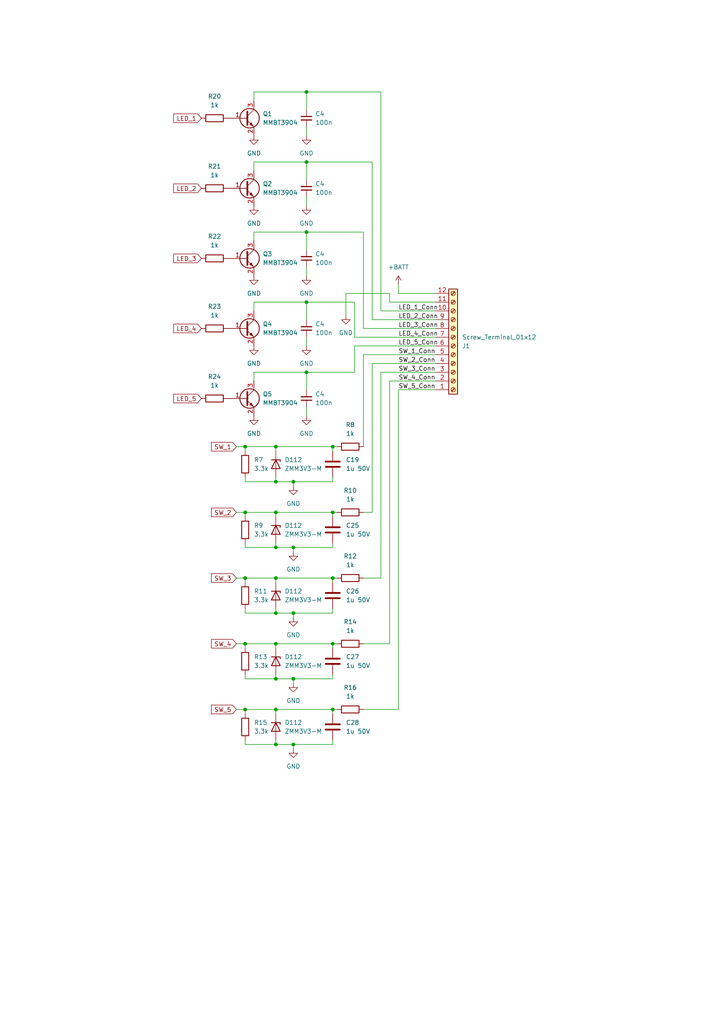
<source format=kicad_sch>
(kicad_sch (version 20230121) (generator eeschema)
  (paper "A4" portrait)
  (title_block (title "Power distribution module") (date "2023-07-18") (company "Raphael Peters"))
  (lib_symbols
    (symbol "Connector:Screw_Terminal_01x12" (pin_names (offset 1.016) hide)
      (property "Reference" "J" (at 0 15.24 0))
      (property "Value" "Screw_Terminal_01x12" (at 0 -17.78 0))
      (symbol "Screw_Terminal_01x12_1_1"
        (rectangle (start -1.27 13.97) (end 1.27 -16.51) (stroke (width 0.254)) (fill (type background)))
        (circle (center 0 -15.24) (radius 0.635) (stroke (width 0.1524)))
        (circle (center 0 -12.7) (radius 0.635) (stroke (width 0.1524)))
        (circle (center 0 -10.16) (radius 0.635) (stroke (width 0.1524)))
        (circle (center 0 -7.62) (radius 0.635) (stroke (width 0.1524)))
        (circle (center 0 -5.08) (radius 0.635) (stroke (width 0.1524)))
        (circle (center 0 -2.54) (radius 0.635) (stroke (width 0.1524)))
        (polyline (pts (xy -0.5334 -14.9098) (xy 0.3302 -15.748)) (stroke (width 0.1524)))
        (polyline (pts (xy -0.5334 -12.3698) (xy 0.3302 -13.208)) (stroke (width 0.1524)))
        (polyline (pts (xy -0.5334 -9.8298) (xy 0.3302 -10.668)) (stroke (width 0.1524)))
        (polyline (pts (xy -0.5334 -7.2898) (xy 0.3302 -8.128)) (stroke (width 0.1524)))
        (polyline (pts (xy -0.5334 -4.7498) (xy 0.3302 -5.588)) (stroke (width 0.1524)))
        (polyline (pts (xy -0.5334 -2.2098) (xy 0.3302 -3.048)) (stroke (width 0.1524)))
        (polyline (pts (xy -0.5334 0.3302) (xy 0.3302 -0.508)) (stroke (width 0.1524)))
        (polyline (pts (xy -0.5334 2.8702) (xy 0.3302 2.032)) (stroke (width 0.1524)))
        (polyline (pts (xy -0.5334 5.4102) (xy 0.3302 4.572)) (stroke (width 0.1524)))
        (polyline (pts (xy -0.5334 7.9502) (xy 0.3302 7.112)) (stroke (width 0.1524)))
        (polyline (pts (xy -0.5334 10.4902) (xy 0.3302 9.652)) (stroke (width 0.1524)))
        (polyline (pts (xy -0.5334 13.0302) (xy 0.3302 12.192)) (stroke (width 0.1524)))
        (polyline (pts (xy -0.3556 -14.732) (xy 0.508 -15.5702)) (stroke (width 0.1524)))
        (polyline (pts (xy -0.3556 -12.192) (xy 0.508 -13.0302)) (stroke (width 0.1524)))
        (polyline (pts (xy -0.3556 -9.652) (xy 0.508 -10.4902)) (stroke (width 0.1524)))
        (polyline (pts (xy -0.3556 -7.112) (xy 0.508 -7.9502)) (stroke (width 0.1524)))
        (polyline (pts (xy -0.3556 -4.572) (xy 0.508 -5.4102)) (stroke (width 0.1524)))
        (polyline (pts (xy -0.3556 -2.032) (xy 0.508 -2.8702)) (stroke (width 0.1524)))
        (polyline (pts (xy -0.3556 0.508) (xy 0.508 -0.3302)) (stroke (width 0.1524)))
        (polyline (pts (xy -0.3556 3.048) (xy 0.508 2.2098)) (stroke (width 0.1524)))
        (polyline (pts (xy -0.3556 5.588) (xy 0.508 4.7498)) (stroke (width 0.1524)))
        (polyline (pts (xy -0.3556 8.128) (xy 0.508 7.2898)) (stroke (width 0.1524)))
        (polyline (pts (xy -0.3556 10.668) (xy 0.508 9.8298)) (stroke (width 0.1524)))
        (polyline (pts (xy -0.3556 13.208) (xy 0.508 12.3698)) (stroke (width 0.1524)))
        (circle (center 0 0) (radius 0.635) (stroke (width 0.1524)))
        (circle (center 0 2.54) (radius 0.635) (stroke (width 0.1524)))
        (circle (center 0 5.08) (radius 0.635) (stroke (width 0.1524)))
        (circle (center 0 7.62) (radius 0.635) (stroke (width 0.1524)))
        (circle (center 0 10.16) (radius 0.635) (stroke (width 0.1524)))
        (circle (center 0 12.7) (radius 0.635) (stroke (width 0.1524)))
        (pin passive line (at -5.08 12.7 0) (length 3.81) (name "Pin_1") (number "1"))
        (pin passive line (at -5.08 -10.16 0) (length 3.81) (name "Pin_10") (number "10"))
        (pin passive line (at -5.08 -12.7 0) (length 3.81) (name "Pin_11") (number "11"))
        (pin passive line (at -5.08 -15.24 0) (length 3.81) (name "Pin_12") (number "12"))
        (pin passive line (at -5.08 10.16 0) (length 3.81) (name "Pin_2") (number "2"))
        (pin passive line (at -5.08 7.62 0) (length 3.81) (name "Pin_3") (number "3"))
        (pin passive line (at -5.08 5.08 0) (length 3.81) (name "Pin_4") (number "4"))
        (pin passive line (at -5.08 2.54 0) (length 3.81) (name "Pin_5") (number "5"))
        (pin passive line (at -5.08 0 0) (length 3.81) (name "Pin_6") (number "6"))
        (pin passive line (at -5.08 -2.54 0) (length 3.81) (name "Pin_7") (number "7"))
        (pin passive line (at -5.08 -5.08 0) (length 3.81) (name "Pin_8") (number "8"))
        (pin passive line (at -5.08 -7.62 0) (length 3.81) (name "Pin_9") (number "9"))
      )
    )
    (symbol "Device:C" (pin_numbers hide) (pin_names (offset 0.254))
      (property "Reference" "C" (at 0.635 2.54 0))
      (property "Value" "C" (at 0.635 -2.54 0))
      (symbol "C_0_1"
        (polyline (pts (xy -2.032 -0.762) (xy 2.032 -0.762)) (stroke (width 0.508)))
        (polyline (pts (xy -2.032 0.762) (xy 2.032 0.762)) (stroke (width 0.508)))
      )
      (symbol "C_1_1"
        (pin passive line (at 0 3.81 270) (length 2.794) (name "~") (number "1"))
        (pin passive line (at 0 -3.81 90) (length 2.794) (name "~") (number "2"))
      )
    )
    (symbol "Device:C_Small" (pin_numbers hide) (pin_names (offset 0.254) hide)
      (property "Reference" "C" (at 0.254 1.778 0))
      (property "Value" "C_Small" (at 0.254 -2.032 0))
      (symbol "C_Small_0_1"
        (polyline (pts (xy -1.524 -0.508) (xy 1.524 -0.508)) (stroke (width 0.3302)))
        (polyline (pts (xy -1.524 0.508) (xy 1.524 0.508)) (stroke (width 0.3048)))
      )
      (symbol "C_Small_1_1"
        (pin passive line (at 0 2.54 270) (length 2.032) (name "~") (number "1"))
        (pin passive line (at 0 -2.54 90) (length 2.032) (name "~") (number "2"))
      )
    )
    (symbol "Device:R" (pin_numbers hide) (pin_names (offset 0))
      (property "Reference" "R" (at 2.032 0 90))
      (property "Value" "R" (at 0 0 90))
      (symbol "R_0_1"
        (rectangle (start -1.016 -2.54) (end 1.016 2.54) (stroke (width 0.254)))
      )
      (symbol "R_1_1"
        (pin passive line (at 0 3.81 270) (length 1.27) (name "~") (number "1"))
        (pin passive line (at 0 -3.81 90) (length 1.27) (name "~") (number "2"))
      )
    )
    (symbol "Diode:ZMMxx" (pin_numbers hide) (pin_names hide)
      (property "Reference" "D" (at 0 2.54 0))
      (property "Value" "ZMMxx" (at 0 -2.54 0))
      (symbol "ZMMxx_0_1"
        (polyline (pts (xy 1.27 0) (xy -1.27 0)))
        (polyline (pts (xy -1.27 -1.27) (xy -1.27 1.27) (xy -0.762 1.27)) (stroke (width 0.254)))
        (polyline (pts (xy 1.27 -1.27) (xy 1.27 1.27) (xy -1.27 0) (xy 1.27 -1.27)) (stroke (width 0.254)))
      )
      (symbol "ZMMxx_1_1"
        (pin passive line (at -3.81 0 0) (length 2.54) (name "K") (number "1"))
        (pin passive line (at 3.81 0 180) (length 2.54) (name "A") (number "2"))
      )
    )
    (symbol "GND_1" (power) (pin_names (offset 0))
      (property "Value" "GND_1" (at 0 -3.81 0))
      (symbol "GND_1_0_1"
        (polyline (pts (xy 0 0) (xy 0 -1.27) (xy 1.27 -1.27) (xy 0 -2.54) (xy -1.27 -1.27) (xy 0 -1.27)))
      )
      (symbol "GND_1_1_1"
        (pin power_in line (at 0 0 270) (length 0) hide (name "GND") (number "1"))
      )
    )
    (symbol "GND_2" (power) (pin_names (offset 0))
      (property "Value" "GND_2" (at 0 -3.81 0))
      (symbol "GND_2_0_1"
        (polyline (pts (xy 0 0) (xy 0 -1.27) (xy 1.27 -1.27) (xy 0 -2.54) (xy -1.27 -1.27) (xy 0 -1.27)))
      )
      (symbol "GND_2_1_1"
        (pin power_in line (at 0 0 270) (length 0) hide (name "GND") (number "1"))
      )
    )
    (symbol "GND_4" (power) (pin_names (offset 0))
      (property "Value" "GND_4" (at 0 -3.81 0))
      (symbol "GND_4_0_1"
        (polyline (pts (xy 0 0) (xy 0 -1.27) (xy 1.27 -1.27) (xy 0 -2.54) (xy -1.27 -1.27) (xy 0 -1.27)))
      )
      (symbol "GND_4_1_1"
        (pin power_in line (at 0 0 270) (length 0) hide (name "GND") (number "1"))
      )
    )
    (symbol "Transistor_BJT:MMBT3904" (pin_names (offset 0) hide)
      (property "Reference" "Q" (at 5.08 1.905 0))
      (property "Value" "MMBT3904" (at 5.08 0 0))
      (symbol "MMBT3904_0_1"
        (polyline (pts (xy 0.635 0.635) (xy 2.54 2.54)))
        (polyline (pts (xy 0.635 -0.635) (xy 2.54 -2.54) (xy 2.54 -2.54)))
        (polyline (pts (xy 0.635 1.905) (xy 0.635 -1.905) (xy 0.635 -1.905)) (stroke (width 0.508)))
        (polyline (pts (xy 1.27 -1.778) (xy 1.778 -1.27) (xy 2.286 -2.286) (xy 1.27 -1.778) (xy 1.27 -1.778)) (fill (type outline)))
        (circle (center 1.27 0) (radius 2.8194) (stroke (width 0.254)))
      )
      (symbol "MMBT3904_1_1"
        (pin input line (at -5.08 0 0) (length 5.715) (name "B") (number "1"))
        (pin passive line (at 2.54 -5.08 90) (length 2.54) (name "E") (number "2"))
        (pin passive line (at 2.54 5.08 270) (length 2.54) (name "C") (number "3"))
      )
    )
    (symbol "power:+BATT" (power) (pin_names (offset 0))
      (property "Value" "+BATT" (at 0 3.556 0))
      (symbol "+BATT_0_1"
        (polyline (pts (xy -0.762 1.27) (xy 0 2.54)))
        (polyline (pts (xy 0 0) (xy 0 2.54)))
        (polyline (pts (xy 0 2.54) (xy 0.762 1.27)))
      )
      (symbol "+BATT_1_1"
        (pin power_in line (at 0 0 90) (length 0) hide (name "+BATT") (number "1"))
      )
    )
    (symbol "power:GND" (power) (pin_names (offset 0))
      (property "Value" "GND" (at 0 -3.81 0))
      (symbol "GND_0_1"
        (polyline (pts (xy 0 0) (xy 0 -1.27) (xy 1.27 -1.27) (xy 0 -2.54) (xy -1.27 -1.27) (xy 0 -1.27)))
      )
      (symbol "GND_1_1"
        (pin power_in line (at 0 0 270) (length 0) hide (name "GND") (number "1"))
      )
    )
  )
  (junction (at 88.9 26.67))
  (junction (at 88.9 107.95))
  (junction (at 96.52 186.69))
  (junction (at 85.09 177.8))
  (junction (at 80.01 148.59))
  (junction (at 80.01 196.85))
  (junction (at 88.9 46.99))
  (junction (at 96.52 167.64))
  (junction (at 96.52 129.54))
  (junction (at 71.12 205.74))
  (junction (at 80.01 129.54))
  (junction (at 85.09 158.75))
  (junction (at 80.01 215.9))
  (junction (at 80.01 177.8))
  (junction (at 88.9 87.63))
  (junction (at 71.12 186.69))
  (junction (at 88.9 67.31))
  (junction (at 71.12 167.64))
  (junction (at 80.01 167.64))
  (junction (at 85.09 215.9))
  (junction (at 85.09 196.85))
  (junction (at 80.01 186.69))
  (junction (at 80.01 205.74))
  (junction (at 80.01 158.75))
  (junction (at 96.52 148.59))
  (junction (at 71.12 148.59))
  (junction (at 85.09 139.7))
  (junction (at 80.01 139.7))
  (junction (at 71.12 129.54))
  (junction (at 96.52 205.74))
  (wire (pts (xy 96.52 129.54) (xy 96.52 130.81)))
  (wire (pts (xy 80.01 148.59) (xy 71.12 148.59)))
  (wire (pts (xy 85.09 215.9) (xy 85.09 217.17)))
  (wire (pts (xy 105.41 95.25) (xy 105.41 67.31)))
  (wire (pts (xy 80.01 186.69) (xy 71.12 186.69)))
  (wire (pts (xy 97.79 186.69) (xy 96.52 186.69)))
  (wire (pts (xy 85.09 158.75) (xy 96.52 158.75)))
  (wire (pts (xy 126.365 110.49) (xy 113.03 110.49)))
  (wire (pts (xy 96.52 167.64) (xy 96.52 168.91)))
  (wire (pts (xy 110.49 26.67) (xy 88.9 26.67)))
  (wire (pts (xy 96.52 205.74) (xy 80.01 205.74)))
  (wire (pts (xy 102.87 100.33) (xy 126.365 100.33)))
  (wire (pts (xy 71.12 186.69) (xy 71.12 187.96)))
  (wire (pts (xy 113.03 85.09) (xy 100.33 85.09)))
  (wire (pts (xy 113.03 87.63) (xy 113.03 85.09)))
  (wire (pts (xy 88.9 59.69) (xy 88.9 57.15)))
  (wire (pts (xy 80.01 205.74) (xy 80.01 207.01)))
  (wire (pts (xy 85.09 139.7) (xy 96.52 139.7)))
  (wire (pts (xy 71.12 139.7) (xy 71.12 138.43)))
  (wire (pts (xy 88.9 107.95) (xy 102.87 107.95)))
  (wire (pts (xy 80.01 167.64) (xy 71.12 167.64)))
  (wire (pts (xy 97.79 148.59) (xy 96.52 148.59)))
  (wire (pts (xy 85.09 177.8) (xy 85.09 179.07)))
  (wire (pts (xy 80.01 205.74) (xy 71.12 205.74)))
  (wire (pts (xy 102.87 87.63) (xy 88.9 87.63)))
  (wire (pts (xy 96.52 186.69) (xy 80.01 186.69)))
  (wire (pts (xy 88.9 113.03) (xy 88.9 107.95)))
  (wire (pts (xy 80.01 214.63) (xy 80.01 215.9)))
  (wire (pts (xy 88.9 120.65) (xy 88.9 118.11)))
  (wire (pts (xy 71.12 215.9) (xy 71.12 214.63)))
  (wire (pts (xy 88.9 92.71) (xy 88.9 87.63)))
  (wire (pts (xy 96.52 186.69) (xy 96.52 187.96)))
  (wire (pts (xy 97.79 205.74) (xy 96.52 205.74)))
  (wire (pts (xy 115.57 113.03) (xy 126.365 113.03)))
  (wire (pts (xy 88.9 87.63) (xy 73.66 87.63)))
  (wire (pts (xy 71.12 129.54) (xy 71.12 130.81)))
  (wire (pts (xy 85.09 196.85) (xy 85.09 198.12)))
  (wire (pts (xy 68.58 186.69) (xy 71.12 186.69)))
  (wire (pts (xy 96.52 205.74) (xy 96.52 207.01)))
  (wire (pts (xy 97.79 167.64) (xy 96.52 167.64)))
  (wire (pts (xy 88.9 26.67) (xy 73.66 26.67)))
  (wire (pts (xy 102.87 97.79) (xy 102.87 87.63)))
  (wire (pts (xy 126.365 107.95) (xy 110.49 107.95)))
  (wire (pts (xy 88.9 46.99) (xy 73.66 46.99)))
  (wire (pts (xy 85.09 177.8) (xy 96.52 177.8)))
  (wire (pts (xy 110.49 167.64) (xy 105.41 167.64)))
  (wire (pts (xy 80.01 138.43) (xy 80.01 139.7)))
  (wire (pts (xy 115.57 113.03) (xy 115.57 205.74)))
  (wire (pts (xy 115.57 205.74) (xy 105.41 205.74)))
  (wire (pts (xy 85.09 158.75) (xy 85.09 160.02)))
  (wire (pts (xy 80.01 196.85) (xy 71.12 196.85)))
  (wire (pts (xy 88.9 72.39) (xy 88.9 67.31)))
  (wire (pts (xy 113.03 186.69) (xy 105.41 186.69)))
  (wire (pts (xy 73.66 67.31) (xy 73.66 69.85)))
  (wire (pts (xy 80.01 157.48) (xy 80.01 158.75)))
  (wire (pts (xy 80.01 139.7) (xy 71.12 139.7)))
  (wire (pts (xy 102.87 107.95) (xy 102.87 100.33)))
  (wire (pts (xy 96.52 196.85) (xy 96.52 195.58)))
  (wire (pts (xy 68.58 148.59) (xy 71.12 148.59)))
  (wire (pts (xy 110.49 90.17) (xy 110.49 26.67)))
  (wire (pts (xy 102.87 97.79) (xy 126.365 97.79)))
  (wire (pts (xy 71.12 177.8) (xy 71.12 176.53)))
  (wire (pts (xy 105.41 148.59) (xy 107.95 148.59)))
  (wire (pts (xy 80.01 196.85) (xy 85.09 196.85)))
  (wire (pts (xy 115.57 85.09) (xy 115.57 82.55)))
  (wire (pts (xy 105.41 102.87) (xy 126.365 102.87)))
  (wire (pts (xy 88.9 67.31) (xy 73.66 67.31)))
  (wire (pts (xy 80.01 176.53) (xy 80.01 177.8)))
  (wire (pts (xy 88.9 52.07) (xy 88.9 46.99)))
  (wire (pts (xy 100.33 85.09) (xy 100.33 91.44)))
  (wire (pts (xy 68.58 205.74) (xy 71.12 205.74)))
  (wire (pts (xy 68.58 167.64) (xy 71.12 167.64)))
  (wire (pts (xy 73.66 26.67) (xy 73.66 29.21)))
  (wire (pts (xy 110.49 107.95) (xy 110.49 167.64)))
  (wire (pts (xy 110.49 90.17) (xy 126.365 90.17)))
  (wire (pts (xy 96.52 215.9) (xy 96.52 214.63)))
  (wire (pts (xy 85.09 196.85) (xy 96.52 196.85)))
  (wire (pts (xy 126.365 87.63) (xy 113.03 87.63)))
  (wire (pts (xy 88.9 31.75) (xy 88.9 26.67)))
  (wire (pts (xy 71.12 158.75) (xy 71.12 157.48)))
  (wire (pts (xy 80.01 215.9) (xy 85.09 215.9)))
  (wire (pts (xy 71.12 167.64) (xy 71.12 168.91)))
  (wire (pts (xy 73.66 87.63) (xy 73.66 90.17)))
  (wire (pts (xy 80.01 139.7) (xy 85.09 139.7)))
  (wire (pts (xy 88.9 107.95) (xy 73.66 107.95)))
  (wire (pts (xy 88.9 100.33) (xy 88.9 97.79)))
  (wire (pts (xy 80.01 158.75) (xy 71.12 158.75)))
  (wire (pts (xy 107.95 92.71) (xy 126.365 92.71)))
  (wire (pts (xy 80.01 129.54) (xy 80.01 130.81)))
  (wire (pts (xy 107.95 148.59) (xy 107.95 105.41)))
  (wire (pts (xy 80.01 177.8) (xy 85.09 177.8)))
  (wire (pts (xy 107.95 92.71) (xy 107.95 46.99)))
  (wire (pts (xy 96.52 148.59) (xy 80.01 148.59)))
  (wire (pts (xy 85.09 139.7) (xy 85.09 140.97)))
  (wire (pts (xy 126.365 85.09) (xy 115.57 85.09)))
  (wire (pts (xy 105.41 129.54) (xy 105.41 102.87)))
  (wire (pts (xy 96.52 148.59) (xy 96.52 149.86)))
  (wire (pts (xy 96.52 177.8) (xy 96.52 176.53)))
  (wire (pts (xy 107.95 46.99) (xy 88.9 46.99)))
  (wire (pts (xy 80.01 167.64) (xy 80.01 168.91)))
  (wire (pts (xy 73.66 46.99) (xy 73.66 49.53)))
  (wire (pts (xy 71.12 205.74) (xy 71.12 207.01)))
  (wire (pts (xy 96.52 167.64) (xy 80.01 167.64)))
  (wire (pts (xy 73.66 107.95) (xy 73.66 110.49)))
  (wire (pts (xy 80.01 148.59) (xy 80.01 149.86)))
  (wire (pts (xy 113.03 110.49) (xy 113.03 186.69)))
  (wire (pts (xy 80.01 195.58) (xy 80.01 196.85)))
  (wire (pts (xy 88.9 80.01) (xy 88.9 77.47)))
  (wire (pts (xy 80.01 186.69) (xy 80.01 187.96)))
  (wire (pts (xy 71.12 196.85) (xy 71.12 195.58)))
  (wire (pts (xy 96.52 139.7) (xy 96.52 138.43)))
  (wire (pts (xy 105.41 67.31) (xy 88.9 67.31)))
  (wire (pts (xy 80.01 129.54) (xy 71.12 129.54)))
  (wire (pts (xy 68.58 129.54) (xy 71.12 129.54)))
  (wire (pts (xy 96.52 158.75) (xy 96.52 157.48)))
  (wire (pts (xy 105.41 95.25) (xy 126.365 95.25)))
  (wire (pts (xy 88.9 39.37) (xy 88.9 36.83)))
  (wire (pts (xy 96.52 129.54) (xy 80.01 129.54)))
  (wire (pts (xy 97.79 129.54) (xy 96.52 129.54)))
  (wire (pts (xy 85.09 215.9) (xy 96.52 215.9)))
  (wire (pts (xy 71.12 148.59) (xy 71.12 149.86)))
  (wire (pts (xy 80.01 215.9) (xy 71.12 215.9)))
  (wire (pts (xy 80.01 158.75) (xy 85.09 158.75)))
  (wire (pts (xy 80.01 177.8) (xy 71.12 177.8)))
  (wire (pts (xy 107.95 105.41) (xy 126.365 105.41)))
  (label "SW_5_Conn" (at 115.57 113.03 0))
  (label "SW_4_Conn" (at 115.57 110.49 0))
  (label "LED_5_Conn" (at 115.57 100.33 0))
  (label "SW_1_Conn" (at 115.57 102.87 0))
  (label "SW_2_Conn" (at 115.57 105.41 0))
  (label "LED_1_Conn" (at 115.57 90.17 0))
  (label "SW_3_Conn" (at 115.57 107.95 0))
  (label "LED_2_Conn" (at 115.57 92.71 0))
  (label "LED_4_Conn" (at 115.57 97.79 0))
  (label "LED_3_Conn" (at 115.57 95.25 0))
  (global_label "LED_2" (shape input) (at 58.42 54.61 180) (property "Intersheetrefs" "${INTERSHEET_REFS}" (effects hide)))
  (global_label "SW_3" (shape input) (at 68.58 167.64 180) (property "Intersheetrefs" "${INTERSHEET_REFS}" (effects hide)))
  (global_label "SW_4" (shape input) (at 68.58 186.69 180) (property "Intersheetrefs" "${INTERSHEET_REFS}" (effects hide)))
  (global_label "SW_5" (shape input) (at 68.58 205.74 180) (property "Intersheetrefs" "${INTERSHEET_REFS}" (effects hide)))
  (global_label "SW_2" (shape input) (at 68.58 148.59 180) (property "Intersheetrefs" "${INTERSHEET_REFS}" (effects hide)))
  (global_label "LED_3" (shape input) (at 58.42 74.93 180) (property "Intersheetrefs" "${INTERSHEET_REFS}" (effects hide)))
  (global_label "LED_5" (shape input) (at 58.42 115.57 180) (property "Intersheetrefs" "${INTERSHEET_REFS}" (effects hide)))
  (global_label "SW_1" (shape input) (at 68.58 129.54 180) (property "Intersheetrefs" "${INTERSHEET_REFS}" (effects hide)))
  (global_label "LED_4" (shape input) (at 58.42 95.25 180) (property "Intersheetrefs" "${INTERSHEET_REFS}" (effects hide)))
  (global_label "LED_1" (shape input) (at 58.42 34.29 180) (property "Intersheetrefs" "${INTERSHEET_REFS}" (effects hide)))
  (symbol (lib_name "GND_4") (lib_id "power:GND") (at 88.9 120.65 0) (unit 1)
    (property "Reference" "#PWR052" (effects hide))
    (property "Value" "GND" (at 88.9 125.73 0))
    (instances (project "buslight" (path "" (reference "#PWR052") (unit 1)) (path "" (reference "#PWR070") (unit 1))))
  )
  (symbol (lib_id "Device:R") (at 101.6 186.69 90) (unit 1)
    (property "Reference" "R14" (at 101.6 180.34 90))
    (property "Value" "1k" (at 101.6 182.88 90))
    (property "Footprint" "Resistor_SMD:R_0603_1608Metric" (effects hide))
    (property "LCSC" "C21190" (effects hide))
    (instances (project "buslight" (path "" (reference "R14") (unit 1)) (path "" (reference "R33") (unit 1))))
  )
  (symbol (lib_id "Device:C_Small") (at 88.9 95.25 180) (unit 1)
    (property "Reference" "C4" (at 91.44 93.9736 0) (effects (justify right)))
    (property "Value" "100n" (at 91.44 96.5136 0) (effects (justify right)))
    (property "Footprint" "Capacitor_SMD:C_0603_1608Metric" (effects hide))
    (property "LCSC" "C14663" (effects hide))
    (instances (project "buslight" (path "" (reference "C4") (unit 1)) (path "" (reference "C23") (unit 1)) (path "" (reference "C23") (unit 1))))
  )
  (symbol (lib_id "Diode:ZMMxx") (at 80.01 134.62 270) (unit 1)
    (property "Reference" "D112" (at 82.55 133.35 90) (effects (justify left)))
    (property "Value" "ZMM3V3-M" (at 82.55 135.89 90) (effects (justify left)))
    (property "Footprint" "Diode_SMD:D_MiniMELF" (effects hide))
    (property "Datasheet" "https://diotec.com/tl_files/diotec/files/pdf/datasheets/zmm1.pdf" (effects hide))
    (property "LCSC" "C8056" (effects hide))
    (instances (project "buslight" (path "" (reference "D112") (unit 1)) (path "" (reference "D122") (unit 1)) (path "" (reference "D132") (unit 1)) (path "" (reference "D142") (unit 1)) (path "" (reference "D152") (unit 1)) (path "" (reference "D5") (unit 1)) (path "" (reference "D20") (unit 1))))
  )
  (symbol (lib_id "Device:R") (at 71.12 153.67 0) (unit 1)
    (property "Reference" "R9" (at 73.66 152.4 0) (effects (justify left)))
    (property "Value" "3.3k" (at 73.66 154.94 0) (effects (justify left)))
    (property "Footprint" "Resistor_SMD:R_0603_1608Metric" (effects hide))
    (property "LCSC" "C22978" (effects hide))
    (instances (project "buslight" (path "" (reference "R9") (unit 1)) (path "" (reference "R26") (unit 1))))
  )
  (symbol (lib_id "Transistor_BJT:MMBT3904") (at 71.12 115.57 0) (unit 1)
    (property "Reference" "Q5" (at 76.2 114.3 0) (effects (justify left)))
    (property "Value" "MMBT3904" (at 76.2 116.84 0) (effects (justify left)))
    (property "Footprint" "Package_TO_SOT_SMD:SOT-23_Handsoldering" (effects hide))
    (property "Datasheet" "https://www.onsemi.com/pub/Collateral/2N3903-D.PDF" (effects hide))
    (property "LCSC" "C20526" (effects hide))
    (instances (project "buslight" (path "" (reference "Q5") (unit 1)) (path "" (reference "Q110") (unit 1)) (path "" (reference "Q120") (unit 1)) (path "" (reference "Q130") (unit 1)) (path "" (reference "Q140") (unit 1)) (path "" (reference "Q150") (unit 1)) (path "" (reference "Q5") (unit 1))))
  )
  (symbol (lib_name "GND_1") (lib_id "power:GND") (at 73.66 100.33 0) (unit 1)
    (property "Reference" "#PWR049" (effects hide))
    (property "Value" "GND" (at 73.66 105.41 0))
    (instances (project "buslight" (path "" (reference "#PWR049") (unit 1)) (path "" (reference "#PWR046") (unit 1))))
  )
  (symbol (lib_id "Transistor_BJT:MMBT3904") (at 71.12 95.25 0) (unit 1)
    (property "Reference" "Q4" (at 76.2 93.98 0) (effects (justify left)))
    (property "Value" "MMBT3904" (at 76.2 96.52 0) (effects (justify left)))
    (property "Footprint" "Package_TO_SOT_SMD:SOT-23_Handsoldering" (effects hide))
    (property "Datasheet" "https://www.onsemi.com/pub/Collateral/2N3903-D.PDF" (effects hide))
    (property "LCSC" "C20526" (effects hide))
    (instances (project "buslight" (path "" (reference "Q4") (unit 1)) (path "" (reference "Q110") (unit 1)) (path "" (reference "Q120") (unit 1)) (path "" (reference "Q130") (unit 1)) (path "" (reference "Q140") (unit 1)) (path "" (reference "Q150") (unit 1)) (path "" (reference "Q4") (unit 1))))
  )
  (symbol (lib_id "Device:R") (at 71.12 134.62 0) (unit 1)
    (property "Reference" "R7" (at 73.66 133.35 0) (effects (justify left)))
    (property "Value" "3.3k" (at 73.66 135.89 0) (effects (justify left)))
    (property "Footprint" "Resistor_SMD:R_0603_1608Metric" (effects hide))
    (property "LCSC" "C22978" (effects hide))
    (instances (project "buslight" (path "" (reference "R7") (unit 1)) (path "" (reference "R25") (unit 1))))
  )
  (symbol (lib_id "Device:R") (at 101.6 148.59 90) (unit 1)
    (property "Reference" "R10" (at 101.6 142.24 90))
    (property "Value" "1k" (at 101.6 144.78 90))
    (property "Footprint" "Resistor_SMD:R_0603_1608Metric" (effects hide))
    (property "LCSC" "C21190" (effects hide))
    (instances (project "buslight" (path "" (reference "R10") (unit 1)) (path "" (reference "R31") (unit 1))))
  )
  (symbol (lib_name "GND_4") (lib_id "power:GND") (at 88.9 80.01 0) (unit 1)
    (property "Reference" "#PWR048" (effects hide))
    (property "Value" "GND" (at 88.9 85.09 0))
    (instances (project "buslight" (path "" (reference "#PWR048") (unit 1)) (path "" (reference "#PWR068") (unit 1))))
  )
  (symbol (lib_id "Connector:Screw_Terminal_01x12") (at 131.445 100.33 0) (mirror x) (unit 1)
    (property "Reference" "J1" (at 133.985 100.33 0) (effects (justify left)))
    (property "Value" "Screw_Terminal_01x12" (at 133.985 97.79 0) (effects (justify left)))
    (property "Footprint" "TerminalBlock_Phoenix:TerminalBlock_Phoenix_PT-1,5-12-5.0-H_1x12_P5.00mm_Horizontal" (effects hide))
  )
  (symbol (lib_id "power:GND") (at 85.09 140.97 0) (unit 1)
    (property "Reference" "#PWR068" (effects hide))
    (property "Value" "GND" (at 85.09 146.05 0))
    (instances (project "buslight" (path "" (reference "#PWR068") (unit 1)) (path "" (reference "#PWR048") (unit 1))))
  )
  (symbol (lib_name "GND_4") (lib_id "power:GND") (at 88.9 39.37 0) (unit 1)
    (property "Reference" "#PWR044" (effects hide))
    (property "Value" "GND" (at 88.9 44.45 0))
    (instances (project "buslight" (path "" (reference "#PWR044") (unit 1)) (path "" (reference "#PWR053") (unit 1))))
  )
  (symbol (lib_id "Device:R") (at 101.6 129.54 90) (unit 1)
    (property "Reference" "R8" (at 101.6 123.19 90))
    (property "Value" "1k" (at 101.6 125.73 90))
    (property "Footprint" "Resistor_SMD:R_0603_1608Metric" (effects hide))
    (property "LCSC" "C21190" (effects hide))
    (instances (project "buslight" (path "" (reference "R8") (unit 1)) (path "" (reference "R30") (unit 1))))
  )
  (symbol (lib_id "Device:R") (at 101.6 205.74 90) (unit 1)
    (property "Reference" "R16" (at 101.6 199.39 90))
    (property "Value" "1k" (at 101.6 201.93 90))
    (property "Footprint" "Resistor_SMD:R_0603_1608Metric" (effects hide))
    (property "LCSC" "C21190" (effects hide))
    (instances (project "buslight" (path "" (reference "R16") (unit 1)) (path "" (reference "R34") (unit 1))))
  )
  (symbol (lib_id "Device:R") (at 62.23 54.61 270) (unit 1)
    (property "Reference" "R21" (at 62.23 48.26 90))
    (property "Value" "1k" (at 62.23 50.8 90))
    (property "Footprint" "Resistor_SMD:R_0603_1608Metric_Pad0.98x0.95mm_HandSolder" (effects hide))
    (property "LCSC" "C21190" (effects hide))
    (instances (project "buslight" (path "" (reference "R21") (unit 1)) (path "" (reference "R112") (unit 1)) (path "" (reference "R122") (unit 1)) (path "" (reference "R132") (unit 1)) (path "" (reference "R142") (unit 1)) (path "" (reference "R152") (unit 1)) (path "" (reference "R21") (unit 1))))
  )
  (symbol (lib_id "Device:R") (at 62.23 115.57 270) (unit 1)
    (property "Reference" "R24" (at 62.23 109.22 90))
    (property "Value" "1k" (at 62.23 111.76 90))
    (property "Footprint" "Resistor_SMD:R_0603_1608Metric_Pad0.98x0.95mm_HandSolder" (effects hide))
    (property "LCSC" "C21190" (effects hide))
    (instances (project "buslight" (path "" (reference "R24") (unit 1)) (path "" (reference "R112") (unit 1)) (path "" (reference "R122") (unit 1)) (path "" (reference "R132") (unit 1)) (path "" (reference "R142") (unit 1)) (path "" (reference "R152") (unit 1)) (path "" (reference "R24") (unit 1))))
  )
  (symbol (lib_id "Device:R") (at 71.12 172.72 0) (unit 1)
    (property "Reference" "R11" (at 73.66 171.45 0) (effects (justify left)))
    (property "Value" "3.3k" (at 73.66 173.99 0) (effects (justify left)))
    (property "Footprint" "Resistor_SMD:R_0603_1608Metric" (effects hide))
    (property "LCSC" "C22978" (effects hide))
    (instances (project "buslight" (path "" (reference "R11") (unit 1)) (path "" (reference "R27") (unit 1))))
  )
  (symbol (lib_id "Diode:ZMMxx") (at 80.01 210.82 270) (unit 1)
    (property "Reference" "D112" (at 82.55 209.55 90) (effects (justify left)))
    (property "Value" "ZMM3V3-M" (at 82.55 212.09 90) (effects (justify left)))
    (property "Footprint" "Diode_SMD:D_MiniMELF" (effects hide))
    (property "Datasheet" "https://diotec.com/tl_files/diotec/files/pdf/datasheets/zmm1.pdf" (effects hide))
    (property "LCSC" "C8056" (effects hide))
    (instances (project "buslight" (path "" (reference "D112") (unit 1)) (path "" (reference "D122") (unit 1)) (path "" (reference "D132") (unit 1)) (path "" (reference "D142") (unit 1)) (path "" (reference "D152") (unit 1)) (path "" (reference "D8") (unit 1)) (path "" (reference "D24") (unit 1))))
  )
  (symbol (lib_id "Transistor_BJT:MMBT3904") (at 71.12 74.93 0) (unit 1)
    (property "Reference" "Q3" (at 76.2 73.66 0) (effects (justify left)))
    (property "Value" "MMBT3904" (at 76.2 76.2 0) (effects (justify left)))
    (property "Footprint" "Package_TO_SOT_SMD:SOT-23_Handsoldering" (effects hide))
    (property "Datasheet" "https://www.onsemi.com/pub/Collateral/2N3903-D.PDF" (effects hide))
    (property "LCSC" "C20526" (effects hide))
    (instances (project "buslight" (path "" (reference "Q3") (unit 1)) (path "" (reference "Q110") (unit 1)) (path "" (reference "Q120") (unit 1)) (path "" (reference "Q130") (unit 1)) (path "" (reference "Q140") (unit 1)) (path "" (reference "Q150") (unit 1)) (path "" (reference "Q3") (unit 1))))
  )
  (symbol (lib_id "Device:R") (at 101.6 167.64 90) (unit 1)
    (property "Reference" "R12" (at 101.6 161.29 90))
    (property "Value" "1k" (at 101.6 163.83 90))
    (property "Footprint" "Resistor_SMD:R_0603_1608Metric" (effects hide))
    (property "LCSC" "C21190" (effects hide))
    (instances (project "buslight" (path "" (reference "R12") (unit 1)) (path "" (reference "R32") (unit 1))))
  )
  (symbol (lib_id "Device:R") (at 62.23 34.29 270) (unit 1)
    (property "Reference" "R20" (at 62.23 27.94 90))
    (property "Value" "1k" (at 62.23 30.48 90))
    (property "Footprint" "Resistor_SMD:R_0603_1608Metric_Pad0.98x0.95mm_HandSolder" (effects hide))
    (property "LCSC" "C21190" (effects hide))
    (instances (project "buslight" (path "" (reference "R20") (unit 1)) (path "" (reference "R112") (unit 1)) (path "" (reference "R122") (unit 1)) (path "" (reference "R132") (unit 1)) (path "" (reference "R142") (unit 1)) (path "" (reference "R152") (unit 1)) (path "" (reference "R20") (unit 1))))
  )
  (symbol (lib_id "power:+BATT") (at 115.57 82.55 0) (unit 1)
    (property "Reference" "#PWR072" (effects hide))
    (property "Value" "+BATT" (at 115.57 77.47 0))
  )
  (symbol (lib_id "Transistor_BJT:MMBT3904") (at 71.12 34.29 0) (unit 1)
    (property "Reference" "Q1" (at 76.2 33.02 0) (effects (justify left)))
    (property "Value" "MMBT3904" (at 76.2 35.56 0) (effects (justify left)))
    (property "Footprint" "Package_TO_SOT_SMD:SOT-23_Handsoldering" (effects hide))
    (property "Datasheet" "https://www.onsemi.com/pub/Collateral/2N3903-D.PDF" (effects hide))
    (property "LCSC" "C20526" (effects hide))
    (instances (project "buslight" (path "" (reference "Q1") (unit 1)) (path "" (reference "Q110") (unit 1)) (path "" (reference "Q120") (unit 1)) (path "" (reference "Q130") (unit 1)) (path "" (reference "Q140") (unit 1)) (path "" (reference "Q150") (unit 1)) (path "" (reference "Q1") (unit 1))))
  )
  (symbol (lib_name "GND_1") (lib_id "power:GND") (at 73.66 39.37 0) (unit 1)
    (property "Reference" "#PWR032" (effects hide))
    (property "Value" "GND" (at 73.66 44.45 0))
  )
  (symbol (lib_name "GND_4") (lib_id "power:GND") (at 88.9 59.69 0) (unit 1)
    (property "Reference" "#PWR046" (effects hide))
    (property "Value" "GND" (at 88.9 64.77 0))
    (instances (project "buslight" (path "" (reference "#PWR046") (unit 1)) (path "" (reference "#PWR055") (unit 1))))
  )
  (symbol (lib_name "GND_1") (lib_id "power:GND") (at 73.66 59.69 0) (unit 1)
    (property "Reference" "#PWR045" (effects hide))
    (property "Value" "GND" (at 73.66 64.77 0))
    (instances (project "buslight" (path "" (reference "#PWR045") (unit 1)) (path "" (reference "#PWR044") (unit 1))))
  )
  (symbol (lib_id "Device:C") (at 96.52 210.82 0) (unit 1)
    (property "Reference" "C28" (at 100.33 209.55 0) (effects (justify left)))
    (property "Value" "1u 50V" (at 100.33 212.09 0) (effects (justify left)))
    (property "Footprint" "Capacitor_SMD:C_0603_1608Metric" (effects hide))
    (property "LCSC" "C15849" (effects hide))
    (instances (project "buslight" (path "" (reference "C28") (unit 1)) (path "" (reference "C29") (unit 1))))
  )
  (symbol (lib_id "Device:C_Small") (at 88.9 34.29 0) (unit 1)
    (property "Reference" "C4" (at 91.44 33.0263 0) (effects (justify left)))
    (property "Value" "100n" (at 91.44 35.5663 0) (effects (justify left)))
    (property "Footprint" "Capacitor_SMD:C_0603_1608Metric" (effects hide))
    (property "LCSC" "C14663" (effects hide))
    (instances (project "buslight" (path "" (reference "C4") (unit 1)) (path "" (reference "C20") (unit 1)) (path "" (reference "C20") (unit 1))))
  )
  (symbol (lib_id "Device:C_Small") (at 88.9 74.93 180) (unit 1)
    (property "Reference" "C4" (at 91.44 73.6536 0) (effects (justify right)))
    (property "Value" "100n" (at 91.44 76.1936 0) (effects (justify right)))
    (property "Footprint" "Capacitor_SMD:C_0603_1608Metric" (effects hide))
    (property "LCSC" "C14663" (effects hide))
    (instances (project "buslight" (path "" (reference "C4") (unit 1)) (path "" (reference "C22") (unit 1)) (path "" (reference "C22") (unit 1))))
  )
  (symbol (lib_name "GND_1") (lib_id "power:GND") (at 73.66 80.01 0) (unit 1)
    (property "Reference" "#PWR047" (effects hide))
    (property "Value" "GND" (at 73.66 85.09 0))
    (instances (project "buslight" (path "" (reference "#PWR047") (unit 1)) (path "" (reference "#PWR045") (unit 1))))
  )
  (symbol (lib_id "Device:C") (at 96.52 153.67 0) (unit 1)
    (property "Reference" "C25" (at 100.33 152.4 0) (effects (justify left)))
    (property "Value" "1u 50V" (at 100.33 154.94 0) (effects (justify left)))
    (property "Footprint" "Capacitor_SMD:C_0603_1608Metric" (effects hide))
    (property "LCSC" "C15849" (effects hide))
    (instances (project "buslight" (path "" (reference "C25") (unit 1)) (path "" (reference "C26") (unit 1))))
  )
  (symbol (lib_id "Diode:ZMMxx") (at 80.01 172.72 270) (unit 1)
    (property "Reference" "D112" (at 82.55 171.45 90) (effects (justify left)))
    (property "Value" "ZMM3V3-M" (at 82.55 173.99 90) (effects (justify left)))
    (property "Footprint" "Diode_SMD:D_MiniMELF" (effects hide))
    (property "Datasheet" "https://diotec.com/tl_files/diotec/files/pdf/datasheets/zmm1.pdf" (effects hide))
    (property "LCSC" "C8056" (effects hide))
    (instances (project "buslight" (path "" (reference "D112") (unit 1)) (path "" (reference "D122") (unit 1)) (path "" (reference "D132") (unit 1)) (path "" (reference "D142") (unit 1)) (path "" (reference "D152") (unit 1)) (path "" (reference "D6") (unit 1)) (path "" (reference "D22") (unit 1))))
  )
  (symbol (lib_id "power:GND") (at 85.09 179.07 0) (unit 1)
    (property "Reference" "#PWR070" (effects hide))
    (property "Value" "GND" (at 85.09 184.15 0))
    (instances (project "buslight" (path "" (reference "#PWR070") (unit 1)) (path "" (reference "#PWR050") (unit 1))))
  )
  (symbol (lib_id "Device:R") (at 71.12 210.82 0) (unit 1)
    (property "Reference" "R15" (at 73.66 209.55 0) (effects (justify left)))
    (property "Value" "3.3k" (at 73.66 212.09 0) (effects (justify left)))
    (property "Footprint" "Resistor_SMD:R_0603_1608Metric" (effects hide))
    (property "LCSC" "C22978" (effects hide))
    (instances (project "buslight" (path "" (reference "R15") (unit 1)) (path "" (reference "R29") (unit 1))))
  )
  (symbol (lib_id "Device:R") (at 62.23 74.93 270) (unit 1)
    (property "Reference" "R22" (at 62.23 68.58 90))
    (property "Value" "1k" (at 62.23 71.12 90))
    (property "Footprint" "Resistor_SMD:R_0603_1608Metric_Pad0.98x0.95mm_HandSolder" (effects hide))
    (property "LCSC" "C21190" (effects hide))
    (instances (project "buslight" (path "" (reference "R22") (unit 1)) (path "" (reference "R112") (unit 1)) (path "" (reference "R122") (unit 1)) (path "" (reference "R132") (unit 1)) (path "" (reference "R142") (unit 1)) (path "" (reference "R152") (unit 1)) (path "" (reference "R22") (unit 1))))
  )
  (symbol (lib_id "Device:R") (at 62.23 95.25 270) (unit 1)
    (property "Reference" "R23" (at 62.23 88.9 90))
    (property "Value" "1k" (at 62.23 91.44 90))
    (property "Footprint" "Resistor_SMD:R_0603_1608Metric_Pad0.98x0.95mm_HandSolder" (effects hide))
    (property "LCSC" "C21190" (effects hide))
    (instances (project "buslight" (path "" (reference "R23") (unit 1)) (path "" (reference "R112") (unit 1)) (path "" (reference "R122") (unit 1)) (path "" (reference "R132") (unit 1)) (path "" (reference "R142") (unit 1)) (path "" (reference "R152") (unit 1)) (path "" (reference "R23") (unit 1))))
  )
  (symbol (lib_id "Device:C") (at 96.52 172.72 0) (unit 1)
    (property "Reference" "C26" (at 100.33 171.45 0) (effects (justify left)))
    (property "Value" "1u 50V" (at 100.33 173.99 0) (effects (justify left)))
    (property "Footprint" "Capacitor_SMD:C_0603_1608Metric" (effects hide))
    (property "LCSC" "C15849" (effects hide))
    (instances (project "buslight" (path "" (reference "C26") (unit 1)) (path "" (reference "C27") (unit 1))))
  )
  (symbol (lib_name "GND_4") (lib_id "power:GND") (at 88.9 100.33 0) (unit 1)
    (property "Reference" "#PWR050" (effects hide))
    (property "Value" "GND" (at 88.9 105.41 0))
    (instances (project "buslight" (path "" (reference "#PWR050") (unit 1)) (path "" (reference "#PWR069") (unit 1))))
  )
  (symbol (lib_id "power:GND") (at 85.09 160.02 0) (unit 1)
    (property "Reference" "#PWR069" (effects hide))
    (property "Value" "GND" (at 85.09 165.1 0))
    (instances (project "buslight" (path "" (reference "#PWR069") (unit 1)) (path "" (reference "#PWR049") (unit 1))))
  )
  (symbol (lib_id "Device:C_Small") (at 88.9 115.57 180) (unit 1)
    (property "Reference" "C4" (at 91.44 114.2936 0) (effects (justify right)))
    (property "Value" "100n" (at 91.44 116.8336 0) (effects (justify right)))
    (property "Footprint" "Capacitor_SMD:C_0603_1608Metric" (effects hide))
    (property "LCSC" "C14663" (effects hide))
    (instances (project "buslight" (path "" (reference "C4") (unit 1)) (path "" (reference "C24") (unit 1)) (path "" (reference "C24") (unit 1))))
  )
  (symbol (lib_name "GND_2") (lib_id "power:GND") (at 100.33 91.44 0) (unit 1)
    (property "Reference" "#PWR053" (effects hide))
    (property "Value" "GND" (at 100.33 96.52 0))
    (instances (project "buslight" (path "" (reference "#PWR053") (unit 1)) (path "" (reference "#PWR071") (unit 1))))
  )
  (symbol (lib_id "power:GND") (at 85.09 198.12 0) (unit 1)
    (property "Reference" "#PWR071" (effects hide))
    (property "Value" "GND" (at 85.09 203.2 0))
    (instances (project "buslight" (path "" (reference "#PWR071") (unit 1)) (path "" (reference "#PWR051") (unit 1))))
  )
  (symbol (lib_id "Device:R") (at 71.12 191.77 0) (unit 1)
    (property "Reference" "R13" (at 73.66 190.5 0) (effects (justify left)))
    (property "Value" "3.3k" (at 73.66 193.04 0) (effects (justify left)))
    (property "Footprint" "Resistor_SMD:R_0603_1608Metric" (effects hide))
    (property "LCSC" "C22978" (effects hide))
    (instances (project "buslight" (path "" (reference "R13") (unit 1)) (path "" (reference "R28") (unit 1))))
  )
  (symbol (lib_id "Transistor_BJT:MMBT3904") (at 71.12 54.61 0) (unit 1)
    (property "Reference" "Q2" (at 76.2 53.34 0) (effects (justify left)))
    (property "Value" "MMBT3904" (at 76.2 55.88 0) (effects (justify left)))
    (property "Footprint" "Package_TO_SOT_SMD:SOT-23_Handsoldering" (effects hide))
    (property "Datasheet" "https://www.onsemi.com/pub/Collateral/2N3903-D.PDF" (effects hide))
    (property "LCSC" "C20526" (effects hide))
    (instances (project "buslight" (path "" (reference "Q2") (unit 1)) (path "" (reference "Q110") (unit 1)) (path "" (reference "Q120") (unit 1)) (path "" (reference "Q130") (unit 1)) (path "" (reference "Q140") (unit 1)) (path "" (reference "Q150") (unit 1)) (path "" (reference "Q2") (unit 1))))
  )
  (symbol (lib_name "GND_1") (lib_id "power:GND") (at 73.66 120.65 0) (unit 1)
    (property "Reference" "#PWR051" (effects hide))
    (property "Value" "GND" (at 73.66 125.73 0))
    (instances (project "buslight" (path "" (reference "#PWR051") (unit 1)) (path "" (reference "#PWR047") (unit 1))))
  )
  (symbol (lib_id "Diode:ZMMxx") (at 80.01 191.77 270) (unit 1)
    (property "Reference" "D112" (at 82.55 190.5 90) (effects (justify left)))
    (property "Value" "ZMM3V3-M" (at 82.55 193.04 90) (effects (justify left)))
    (property "Footprint" "Diode_SMD:D_MiniMELF" (effects hide))
    (property "Datasheet" "https://diotec.com/tl_files/diotec/files/pdf/datasheets/zmm1.pdf" (effects hide))
    (property "LCSC" "C8056" (effects hide))
    (instances (project "buslight" (path "" (reference "D112") (unit 1)) (path "" (reference "D122") (unit 1)) (path "" (reference "D132") (unit 1)) (path "" (reference "D142") (unit 1)) (path "" (reference "D152") (unit 1)) (path "" (reference "D7") (unit 1)) (path "" (reference "D23") (unit 1))))
  )
  (symbol (lib_id "Device:C_Small") (at 88.9 54.61 180) (unit 1)
    (property "Reference" "C4" (at 91.44 53.3336 0) (effects (justify right)))
    (property "Value" "100n" (at 91.44 55.8736 0) (effects (justify right)))
    (property "Footprint" "Capacitor_SMD:C_0603_1608Metric" (effects hide))
    (property "LCSC" "C14663" (effects hide))
    (instances (project "buslight" (path "" (reference "C4") (unit 1)) (path "" (reference "C21") (unit 1)) (path "" (reference "C21") (unit 1))))
  )
  (symbol (lib_id "power:GND") (at 85.09 217.17 0) (unit 1)
    (property "Reference" "#PWR072" (effects hide))
    (property "Value" "GND" (at 85.09 222.25 0))
    (instances (project "buslight" (path "" (reference "#PWR072") (unit 1)) (path "" (reference "#PWR052") (unit 1))))
  )
  (symbol (lib_id "Device:C") (at 96.52 191.77 0) (unit 1)
    (property "Reference" "C27" (at 100.33 190.5 0) (effects (justify left)))
    (property "Value" "1u 50V" (at 100.33 193.04 0) (effects (justify left)))
    (property "Footprint" "Capacitor_SMD:C_0603_1608Metric" (effects hide))
    (property "LCSC" "C15849" (effects hide))
    (instances (project "buslight" (path "" (reference "C27") (unit 1)) (path "" (reference "C28") (unit 1))))
  )
  (symbol (lib_id "Diode:ZMMxx") (at 80.01 153.67 270) (unit 1)
    (property "Reference" "D112" (at 82.55 152.4 90) (effects (justify left)))
    (property "Value" "ZMM3V3-M" (at 82.55 154.94 90) (effects (justify left)))
    (property "Footprint" "Diode_SMD:D_MiniMELF" (effects hide))
    (property "Datasheet" "https://diotec.com/tl_files/diotec/files/pdf/datasheets/zmm1.pdf" (effects hide))
    (property "LCSC" "C8056" (effects hide))
    (instances (project "buslight" (path "" (reference "D112") (unit 1)) (path "" (reference "D122") (unit 1)) (path "" (reference "D132") (unit 1)) (path "" (reference "D142") (unit 1)) (path "" (reference "D152") (unit 1)) (path "" (reference "D4") (unit 1)) (path "" (reference "D21") (unit 1))))
  )
  (symbol (lib_id "Device:C") (at 96.52 134.62 0) (unit 1)
    (property "Reference" "C19" (at 100.33 133.35 0) (effects (justify left)))
    (property "Value" "1u 50V" (at 100.33 135.89 0) (effects (justify left)))
    (property "Footprint" "Capacitor_SMD:C_0603_1608Metric" (effects hide))
    (property "LCSC" "C15849" (effects hide))
    (instances (project "buslight" (path "" (reference "C19") (unit 1)) (path "" (reference "C25") (unit 1))))
  )
)
</source>
